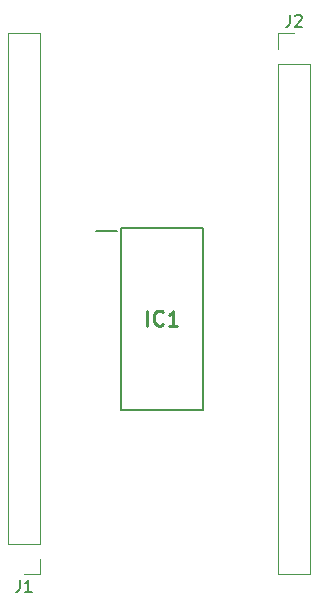
<source format=gbr>
%TF.GenerationSoftware,KiCad,Pcbnew,(5.1.9)-1*%
%TF.CreationDate,2021-02-24T14:45:34+01:00*%
%TF.ProjectId,Schaakbord_Testprint,53636861-616b-4626-9f72-645f54657374,rev?*%
%TF.SameCoordinates,Original*%
%TF.FileFunction,Legend,Top*%
%TF.FilePolarity,Positive*%
%FSLAX46Y46*%
G04 Gerber Fmt 4.6, Leading zero omitted, Abs format (unit mm)*
G04 Created by KiCad (PCBNEW (5.1.9)-1) date 2021-02-24 14:45:34*
%MOMM*%
%LPD*%
G01*
G04 APERTURE LIST*
%ADD10C,0.120000*%
%ADD11C,0.200000*%
%ADD12C,0.150000*%
%ADD13C,0.254000*%
G04 APERTURE END LIST*
D10*
%TO.C,J1*%
X156270000Y-54550000D02*
X153610000Y-54550000D01*
X156270000Y-97790000D02*
X156270000Y-54550000D01*
X153610000Y-97790000D02*
X153610000Y-54550000D01*
X156270000Y-97790000D02*
X153610000Y-97790000D01*
X156270000Y-99060000D02*
X156270000Y-100390000D01*
X156270000Y-100390000D02*
X154940000Y-100390000D01*
%TO.C,J2*%
X176470000Y-100390000D02*
X179130000Y-100390000D01*
X176470000Y-57150000D02*
X176470000Y-100390000D01*
X179130000Y-57150000D02*
X179130000Y-100390000D01*
X176470000Y-57150000D02*
X179130000Y-57150000D01*
X176470000Y-55880000D02*
X176470000Y-54550000D01*
X176470000Y-54550000D02*
X177800000Y-54550000D01*
D11*
%TO.C,IC1*%
X160999000Y-71290000D02*
X162799000Y-71290000D01*
X163149000Y-86428000D02*
X163149000Y-71052000D01*
X170099000Y-86428000D02*
X163149000Y-86428000D01*
X170099000Y-71052000D02*
X170099000Y-86428000D01*
X163149000Y-71052000D02*
X170099000Y-71052000D01*
%TO.C,J1*%
D12*
X154606666Y-100842380D02*
X154606666Y-101556666D01*
X154559047Y-101699523D01*
X154463809Y-101794761D01*
X154320952Y-101842380D01*
X154225714Y-101842380D01*
X155606666Y-101842380D02*
X155035238Y-101842380D01*
X155320952Y-101842380D02*
X155320952Y-100842380D01*
X155225714Y-100985238D01*
X155130476Y-101080476D01*
X155035238Y-101128095D01*
%TO.C,J2*%
X177466666Y-53002380D02*
X177466666Y-53716666D01*
X177419047Y-53859523D01*
X177323809Y-53954761D01*
X177180952Y-54002380D01*
X177085714Y-54002380D01*
X177895238Y-53097619D02*
X177942857Y-53050000D01*
X178038095Y-53002380D01*
X178276190Y-53002380D01*
X178371428Y-53050000D01*
X178419047Y-53097619D01*
X178466666Y-53192857D01*
X178466666Y-53288095D01*
X178419047Y-53430952D01*
X177847619Y-54002380D01*
X178466666Y-54002380D01*
%TO.C,IC1*%
D13*
X165384238Y-79314523D02*
X165384238Y-78044523D01*
X166714714Y-79193571D02*
X166654238Y-79254047D01*
X166472809Y-79314523D01*
X166351857Y-79314523D01*
X166170428Y-79254047D01*
X166049476Y-79133095D01*
X165989000Y-79012142D01*
X165928523Y-78770238D01*
X165928523Y-78588809D01*
X165989000Y-78346904D01*
X166049476Y-78225952D01*
X166170428Y-78105000D01*
X166351857Y-78044523D01*
X166472809Y-78044523D01*
X166654238Y-78105000D01*
X166714714Y-78165476D01*
X167924238Y-79314523D02*
X167198523Y-79314523D01*
X167561380Y-79314523D02*
X167561380Y-78044523D01*
X167440428Y-78225952D01*
X167319476Y-78346904D01*
X167198523Y-78407380D01*
%TD*%
M02*

</source>
